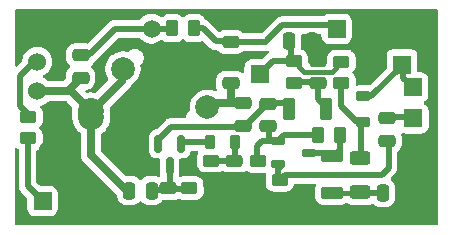
<source format=gbr>
%TF.GenerationSoftware,KiCad,Pcbnew,9.0.5*%
%TF.CreationDate,2025-10-21T13:05:04+02:00*%
%TF.ProjectId,Heterodyna-eltra-t3015-2,48657465-726f-4647-996e-612d656c7472,rev?*%
%TF.SameCoordinates,Original*%
%TF.FileFunction,Copper,L1,Top*%
%TF.FilePolarity,Positive*%
%FSLAX46Y46*%
G04 Gerber Fmt 4.6, Leading zero omitted, Abs format (unit mm)*
G04 Created by KiCad (PCBNEW 9.0.5) date 2025-10-21 13:05:04*
%MOMM*%
%LPD*%
G01*
G04 APERTURE LIST*
G04 Aperture macros list*
%AMRoundRect*
0 Rectangle with rounded corners*
0 $1 Rounding radius*
0 $2 $3 $4 $5 $6 $7 $8 $9 X,Y pos of 4 corners*
0 Add a 4 corners polygon primitive as box body*
4,1,4,$2,$3,$4,$5,$6,$7,$8,$9,$2,$3,0*
0 Add four circle primitives for the rounded corners*
1,1,$1+$1,$2,$3*
1,1,$1+$1,$4,$5*
1,1,$1+$1,$6,$7*
1,1,$1+$1,$8,$9*
0 Add four rect primitives between the rounded corners*
20,1,$1+$1,$2,$3,$4,$5,0*
20,1,$1+$1,$4,$5,$6,$7,0*
20,1,$1+$1,$6,$7,$8,$9,0*
20,1,$1+$1,$8,$9,$2,$3,0*%
G04 Aperture macros list end*
%TA.AperFunction,ComponentPad*%
%ADD10RoundRect,0.250000X-0.550000X-0.550000X0.550000X-0.550000X0.550000X0.550000X-0.550000X0.550000X0*%
%TD*%
%TA.AperFunction,ComponentPad*%
%ADD11C,1.524000*%
%TD*%
%TA.AperFunction,SMDPad,CuDef*%
%ADD12RoundRect,0.250000X-0.250000X-0.475000X0.250000X-0.475000X0.250000X0.475000X-0.250000X0.475000X0*%
%TD*%
%TA.AperFunction,SMDPad,CuDef*%
%ADD13RoundRect,0.250000X0.450000X-0.262500X0.450000X0.262500X-0.450000X0.262500X-0.450000X-0.262500X0*%
%TD*%
%TA.AperFunction,SMDPad,CuDef*%
%ADD14RoundRect,0.250000X-0.450000X0.262500X-0.450000X-0.262500X0.450000X-0.262500X0.450000X0.262500X0*%
%TD*%
%TA.AperFunction,SMDPad,CuDef*%
%ADD15RoundRect,0.250000X0.262500X0.450000X-0.262500X0.450000X-0.262500X-0.450000X0.262500X-0.450000X0*%
%TD*%
%TA.AperFunction,SMDPad,CuDef*%
%ADD16RoundRect,0.218750X0.381250X-0.218750X0.381250X0.218750X-0.381250X0.218750X-0.381250X-0.218750X0*%
%TD*%
%TA.AperFunction,ComponentPad*%
%ADD17C,2.000000*%
%TD*%
%TA.AperFunction,ComponentPad*%
%ADD18C,1.000000*%
%TD*%
%TA.AperFunction,SMDPad,CuDef*%
%ADD19RoundRect,0.250000X-0.475000X0.250000X-0.475000X-0.250000X0.475000X-0.250000X0.475000X0.250000X0*%
%TD*%
%TA.AperFunction,ComponentPad*%
%ADD20C,2.200000*%
%TD*%
%TA.AperFunction,SMDPad,CuDef*%
%ADD21RoundRect,0.250000X-0.700000X0.275000X-0.700000X-0.275000X0.700000X-0.275000X0.700000X0.275000X0*%
%TD*%
%TA.AperFunction,SMDPad,CuDef*%
%ADD22RoundRect,0.250000X0.475000X-0.250000X0.475000X0.250000X-0.475000X0.250000X-0.475000X-0.250000X0*%
%TD*%
%TA.AperFunction,SMDPad,CuDef*%
%ADD23RoundRect,0.250000X-0.262500X-0.450000X0.262500X-0.450000X0.262500X0.450000X-0.262500X0.450000X0*%
%TD*%
%TA.AperFunction,SMDPad,CuDef*%
%ADD24RoundRect,0.150000X-0.150000X0.587500X-0.150000X-0.587500X0.150000X-0.587500X0.150000X0.587500X0*%
%TD*%
%TA.AperFunction,ComponentPad*%
%ADD25R,1.600000X1.600000*%
%TD*%
%TA.AperFunction,ComponentPad*%
%ADD26C,1.600000*%
%TD*%
%TA.AperFunction,SMDPad,CuDef*%
%ADD27RoundRect,0.250000X-0.625000X0.312500X-0.625000X-0.312500X0.625000X-0.312500X0.625000X0.312500X0*%
%TD*%
%TA.AperFunction,SMDPad,CuDef*%
%ADD28RoundRect,0.250000X-0.275000X-0.700000X0.275000X-0.700000X0.275000X0.700000X-0.275000X0.700000X0*%
%TD*%
%TA.AperFunction,ComponentPad*%
%ADD29C,1.400000*%
%TD*%
%TA.AperFunction,SMDPad,CuDef*%
%ADD30RoundRect,0.218750X-0.218750X-0.381250X0.218750X-0.381250X0.218750X0.381250X-0.218750X0.381250X0*%
%TD*%
%TA.AperFunction,ComponentPad*%
%ADD31RoundRect,0.250000X0.550000X-0.550000X0.550000X0.550000X-0.550000X0.550000X-0.550000X-0.550000X0*%
%TD*%
%TA.AperFunction,SMDPad,CuDef*%
%ADD32RoundRect,0.162500X-0.447500X-0.162500X0.447500X-0.162500X0.447500X0.162500X-0.447500X0.162500X0*%
%TD*%
%TA.AperFunction,ViaPad*%
%ADD33C,1.000000*%
%TD*%
%TA.AperFunction,Conductor*%
%ADD34C,0.500000*%
%TD*%
%TA.AperFunction,Conductor*%
%ADD35C,0.400000*%
%TD*%
%TA.AperFunction,Conductor*%
%ADD36C,0.700000*%
%TD*%
G04 APERTURE END LIST*
D10*
%TO.P,TP1,1,1*%
%TO.N,+14V*%
X176810000Y-106480000D03*
%TD*%
D11*
%TO.P,D1,1,A1*%
%TO.N,Net-(D1-A1)*%
X154680000Y-101500000D03*
%TO.P,D1,2,A2*%
%TO.N,GND*%
X147180000Y-101450000D03*
%TD*%
D12*
%TO.P,C13,1*%
%TO.N,Net-(D3-K)*%
X166320000Y-102510000D03*
%TO.P,C13,2*%
%TO.N,GND*%
X168220000Y-102510000D03*
%TD*%
D13*
%TO.P,R6,1*%
%TO.N,Net-(R6-Pad1)*%
X144250000Y-110802500D03*
%TO.P,R6,2*%
%TO.N,Net-(D2-K)*%
X144250000Y-108977500D03*
%TD*%
D14*
%TO.P,R2,1*%
%TO.N,Net-(D3-K)*%
X166710000Y-104277500D03*
%TO.P,R2,2*%
%TO.N,Net-(C12-Pad1)*%
X166710000Y-106102500D03*
%TD*%
D15*
%TO.P,R4,1*%
%TO.N,Net-(C3-Pad2)*%
X158242500Y-101470000D03*
%TO.P,R4,2*%
%TO.N,Net-(D1-A1)*%
X156417500Y-101470000D03*
%TD*%
D14*
%TO.P,R10,1*%
%TO.N,Net-(D3-K)*%
X170750000Y-104297500D03*
%TO.P,R10,2*%
%TO.N,Net-(FB1-Pad1)*%
X170750000Y-106122500D03*
%TD*%
D16*
%TO.P,FB1,1*%
%TO.N,Net-(FB1-Pad1)*%
X172610000Y-109372500D03*
%TO.P,FB1,2*%
%TO.N,+14V*%
X172610000Y-107247500D03*
%TD*%
D14*
%TO.P,R9,1*%
%TO.N,Net-(C11-Pad1)*%
X159730000Y-112667500D03*
%TO.P,R9,2*%
%TO.N,GND*%
X159730000Y-114492500D03*
%TD*%
D17*
%TO.P,L3,1,1*%
%TO.N,Net-(C14-Pad1)*%
X159395000Y-108165000D03*
%TO.P,L3,2,2*%
%TO.N,Net-(D2-A2)*%
X152245000Y-104915000D03*
D18*
%TO.P,L3,4,base*%
%TO.N,GND*%
X153245000Y-109065000D03*
%TO.P,L3,5,base*%
X158345000Y-103965000D03*
%TO.P,L3,6,base*%
X155745000Y-103965000D03*
%TD*%
D19*
%TO.P,C14,1*%
%TO.N,Net-(C14-Pad1)*%
X162440000Y-107840000D03*
%TO.P,C14,2*%
%TO.N,Net-(Q2-D)*%
X162440000Y-109740000D03*
%TD*%
%TO.P,C10,1*%
%TO.N,Net-(Q2-G)*%
X156070000Y-114980000D03*
%TO.P,C10,2*%
%TO.N,GND*%
X156070000Y-116880000D03*
%TD*%
D12*
%TO.P,C1,1*%
%TO.N,Net-(C1-Pad1)*%
X174260000Y-115390000D03*
%TO.P,C1,2*%
%TO.N,GND*%
X176160000Y-115390000D03*
%TD*%
D20*
%TO.P,C15,1*%
%TO.N,Net-(D2-A2)*%
X149570000Y-109010000D03*
%TO.P,C15,2*%
%TO.N,GND*%
X149570000Y-115010000D03*
%TD*%
D14*
%TO.P,R8,1*%
%TO.N,Net-(Q2-G)*%
X157880000Y-114987500D03*
%TO.P,R8,2*%
%TO.N,GND*%
X157880000Y-116812500D03*
%TD*%
D10*
%TO.P,TP3,1,1*%
%TO.N,Net-(C3-Pad2)*%
X170350000Y-101530000D03*
%TD*%
%TO.P,TP4,1,1*%
%TO.N,Net-(C6-Pad2)*%
X176840000Y-109090000D03*
%TD*%
D21*
%TO.P,L2,1*%
%TO.N,Net-(Q1-C)*%
X169980000Y-112255000D03*
%TO.P,L2,2*%
%TO.N,Net-(C1-Pad1)*%
X169980000Y-115405000D03*
%TD*%
D22*
%TO.P,C9,1*%
%TO.N,Net-(C14-Pad1)*%
X161380000Y-106100000D03*
%TO.P,C9,2*%
%TO.N,GND*%
X161380000Y-104200000D03*
%TD*%
D23*
%TO.P,R3,1*%
%TO.N,Net-(Q1-B)*%
X168797500Y-110500000D03*
%TO.P,R3,2*%
%TO.N,Net-(Q1-C)*%
X170622500Y-110500000D03*
%TD*%
D19*
%TO.P,C5,1*%
%TO.N,Net-(D1-A1)*%
X148670000Y-103760000D03*
%TO.P,C5,2*%
%TO.N,Net-(D2-A2)*%
X148670000Y-105660000D03*
%TD*%
D24*
%TO.P,Q2,1,S*%
%TO.N,Net-(Q2-S)*%
X157150000Y-111260000D03*
%TO.P,Q2,2,D*%
%TO.N,Net-(Q2-D)*%
X155250000Y-111260000D03*
%TO.P,Q2,3,G*%
%TO.N,Net-(Q2-G)*%
X156200000Y-113135000D03*
%TD*%
D10*
%TO.P,TP2,1,1*%
%TO.N,GND*%
X149600000Y-116640000D03*
%TD*%
D19*
%TO.P,C3,1*%
%TO.N,GND*%
X161370000Y-100750000D03*
%TO.P,C3,2*%
%TO.N,Net-(C3-Pad2)*%
X161370000Y-102650000D03*
%TD*%
D25*
%TO.P,C2,1*%
%TO.N,+14V*%
X175870000Y-104567626D03*
D26*
%TO.P,C2,2*%
%TO.N,GND*%
X175870000Y-102067626D03*
%TD*%
D22*
%TO.P,C12,1*%
%TO.N,Net-(C12-Pad1)*%
X168740000Y-106140000D03*
%TO.P,C12,2*%
%TO.N,GND*%
X168740000Y-104240000D03*
%TD*%
D20*
%TO.P,C8,1*%
%TO.N,Net-(D2-A2)*%
X149540000Y-108508500D03*
%TO.P,C8,2*%
%TO.N,GND*%
X153040000Y-112008500D03*
X146140000Y-112008500D03*
%TD*%
D13*
%TO.P,R7,1*%
%TO.N,GND*%
X165520000Y-116112500D03*
%TO.P,R7,2*%
%TO.N,Net-(Q1-E)*%
X165520000Y-114287500D03*
%TD*%
D27*
%TO.P,R1,1*%
%TO.N,Net-(FB1-Pad1)*%
X172350000Y-112447500D03*
%TO.P,R1,2*%
%TO.N,Net-(C1-Pad1)*%
X172350000Y-115372500D03*
%TD*%
D28*
%TO.P,L1,1*%
%TO.N,Net-(Q2-D)*%
X166315000Y-108310000D03*
%TO.P,L1,2*%
%TO.N,Net-(C12-Pad1)*%
X169465000Y-108310000D03*
%TD*%
D11*
%TO.P,D2,1,A1*%
%TO.N,GND*%
X144990000Y-101790000D03*
%TO.P,D2,2,A2*%
%TO.N,Net-(D2-A2)*%
X144990000Y-106790000D03*
%TO.P,D2,3,K*%
%TO.N,Net-(D2-K)*%
X144990000Y-104290000D03*
%TD*%
D22*
%TO.P,C6,1*%
%TO.N,Net-(Q1-E)*%
X174620000Y-110980000D03*
%TO.P,C6,2*%
%TO.N,Net-(C6-Pad2)*%
X174620000Y-109080000D03*
%TD*%
D10*
%TO.P,TP5,1,1*%
%TO.N,Net-(R6-Pad1)*%
X145440000Y-116100000D03*
%TD*%
D19*
%TO.P,C11,1*%
%TO.N,Net-(C11-Pad1)*%
X161670000Y-112670000D03*
%TO.P,C11,2*%
%TO.N,GND*%
X161670000Y-114570000D03*
%TD*%
D13*
%TO.P,R5,1*%
%TO.N,GND*%
X163660000Y-114522500D03*
%TO.P,R5,2*%
%TO.N,Net-(Q1-B)*%
X163660000Y-112697500D03*
%TD*%
D29*
%TO.P,TP6,1,1*%
%TO.N,GND*%
X176790000Y-111690000D03*
%TD*%
D19*
%TO.P,C4,1*%
%TO.N,Net-(Q2-D)*%
X164520000Y-107870000D03*
%TO.P,C4,2*%
%TO.N,Net-(Q1-B)*%
X164520000Y-109770000D03*
%TD*%
D30*
%TO.P,L4,1*%
%TO.N,Net-(Q2-S)*%
X159587500Y-111120000D03*
%TO.P,L4,2*%
%TO.N,Net-(C11-Pad1)*%
X161712500Y-111120000D03*
%TD*%
D31*
%TO.P,D3,1,K*%
%TO.N,Net-(D3-K)*%
X163830000Y-105355000D03*
D26*
%TO.P,D3,2,A*%
%TO.N,GND*%
X163830000Y-100845000D03*
%TD*%
D12*
%TO.P,C7,1*%
%TO.N,Net-(D2-A2)*%
X152780000Y-115210000D03*
%TO.P,C7,2*%
%TO.N,Net-(Q2-G)*%
X154680000Y-115210000D03*
%TD*%
D32*
%TO.P,Q1,1,B*%
%TO.N,Net-(Q1-B)*%
X165370000Y-111057500D03*
%TO.P,Q1,2,E*%
%TO.N,Net-(Q1-E)*%
X165370000Y-112957500D03*
%TO.P,Q1,3,C*%
%TO.N,Net-(Q1-C)*%
X167990000Y-112007500D03*
%TD*%
D33*
%TO.N,GND*%
X155800000Y-105200000D03*
X155800000Y-107900000D03*
X169080000Y-103110000D03*
X163660000Y-115520000D03*
X165530000Y-117060000D03*
X154400000Y-105200000D03*
X157200000Y-105200000D03*
X154400000Y-106600000D03*
X162600000Y-100820000D03*
X155800000Y-106600000D03*
X154400000Y-107900000D03*
X156100000Y-117600000D03*
X157200000Y-106600000D03*
X157200000Y-107900000D03*
X159680000Y-115490000D03*
X157900000Y-117600000D03*
X161620000Y-115530000D03*
X177150000Y-115430000D03*
%TD*%
D34*
%TO.N,Net-(C1-Pad1)*%
X172370000Y-115392500D02*
X174257500Y-115392500D01*
D35*
X172350000Y-115372500D02*
X172330000Y-115392500D01*
D34*
X172350000Y-115372500D02*
X172370000Y-115392500D01*
X174257500Y-115392500D02*
X174260000Y-115390000D01*
D35*
X172330000Y-115392500D02*
X170132500Y-115392500D01*
D34*
%TO.N,+14V*%
X176810000Y-106250000D02*
X176800000Y-106240000D01*
X172610000Y-107247500D02*
X172647500Y-107210000D01*
X173290000Y-107210000D02*
X175873750Y-104626250D01*
X175870000Y-104567626D02*
X175990000Y-104687626D01*
X172647500Y-107210000D02*
X173290000Y-107210000D01*
X175990000Y-104687626D02*
X175990000Y-105660000D01*
X175990000Y-105660000D02*
X176810000Y-106480000D01*
%TO.N,Net-(C3-Pad2)*%
X160118125Y-102590000D02*
X160110000Y-102590000D01*
X164390000Y-102620000D02*
X161150000Y-102620000D01*
X161201875Y-102590000D02*
X160118125Y-102590000D01*
X170350000Y-101530000D02*
X170030000Y-101210000D01*
X158990000Y-101470000D02*
X157996250Y-101470000D01*
X160110000Y-102590000D02*
X158990000Y-101470000D01*
X170030000Y-101210000D02*
X165730000Y-101210000D01*
X165730000Y-101210000D02*
X164450000Y-102490000D01*
%TO.N,Net-(C6-Pad2)*%
X176880000Y-109250000D02*
X177140000Y-108990000D01*
X175000000Y-108970000D02*
X176880000Y-108970000D01*
X176690000Y-108840000D02*
X176820000Y-108970000D01*
%TO.N,Net-(Q1-B)*%
X164002500Y-111057500D02*
X165370000Y-111057500D01*
X163600000Y-111460000D02*
X164002500Y-111057500D01*
X164610000Y-109890000D02*
X164610000Y-111037500D01*
X163600000Y-112727500D02*
X163600000Y-111460000D01*
X164610000Y-111037500D02*
X164590000Y-111057500D01*
X168787500Y-110510000D02*
X168797500Y-110500000D01*
X165917500Y-110510000D02*
X168787500Y-110510000D01*
X165370000Y-111057500D02*
X165917500Y-110510000D01*
%TO.N,Net-(Q2-D)*%
X164450000Y-107900000D02*
X162530000Y-109820000D01*
X162530000Y-109820000D02*
X156330000Y-109820000D01*
X164450000Y-107830000D02*
X164450000Y-107900000D01*
X155250000Y-110900000D02*
X155250000Y-111260000D01*
X164450000Y-107830000D02*
X165945000Y-107830000D01*
X156330000Y-109820000D02*
X155250000Y-110900000D01*
X165945000Y-107830000D02*
X166405000Y-108290000D01*
%TO.N,Net-(D2-A2)*%
X152170000Y-104990000D02*
X152245000Y-104915000D01*
X144980000Y-106780000D02*
X144990000Y-106790000D01*
X149681500Y-108650000D02*
X149540000Y-108508500D01*
D36*
X144990000Y-106790000D02*
X147821500Y-106790000D01*
D34*
X144770000Y-106780000D02*
X144980000Y-106780000D01*
D36*
X152170000Y-105920000D02*
X152170000Y-105870000D01*
X148670000Y-105660000D02*
X147821500Y-106508500D01*
X147821500Y-106790000D02*
X149540000Y-108508500D01*
X149540000Y-112190000D02*
X149540000Y-108470000D01*
X149540000Y-108508500D02*
X149170000Y-108138500D01*
D34*
X149540000Y-108508500D02*
X149540000Y-108500000D01*
D36*
X147821500Y-106508500D02*
X147821500Y-106790000D01*
X149590000Y-108500000D02*
X152170000Y-105920000D01*
X152510000Y-115160000D02*
X149540000Y-112190000D01*
X149540000Y-108500000D02*
X149590000Y-108500000D01*
D34*
%TO.N,Net-(D1-A1)*%
X148760000Y-103670000D02*
X149440000Y-103670000D01*
X151580000Y-101530000D02*
X156017500Y-101530000D01*
X149440000Y-103670000D02*
X151580000Y-101530000D01*
X156017500Y-101530000D02*
X156057500Y-101570000D01*
%TO.N,Net-(Q1-E)*%
X165600000Y-113187500D02*
X165370000Y-112957500D01*
X165937500Y-113870000D02*
X165520000Y-114287500D01*
X165370000Y-113870000D02*
X165370000Y-112957500D01*
X174740000Y-110855000D02*
X174740000Y-113285000D01*
X174112500Y-113870000D02*
X165937500Y-113870000D01*
X174740000Y-113285000D02*
X174155000Y-113870000D01*
%TO.N,Net-(C11-Pad1)*%
X159730000Y-112667500D02*
X161667500Y-112667500D01*
X161710000Y-111180000D02*
X161710000Y-112227500D01*
X161667500Y-112667500D02*
X161670000Y-112670000D01*
X160900000Y-112670000D02*
X161670000Y-112670000D01*
%TO.N,Net-(Q2-G)*%
X155150000Y-115190000D02*
X155860000Y-115190000D01*
X157850000Y-115057500D02*
X156147500Y-115057500D01*
X156210000Y-114840000D02*
X156210000Y-113980000D01*
X156147500Y-115057500D02*
X156070000Y-114980000D01*
X156190000Y-113145000D02*
X156200000Y-113135000D01*
X156200000Y-113970000D02*
X156200000Y-113135000D01*
X156210000Y-113980000D02*
X156200000Y-113970000D01*
X155860000Y-115190000D02*
X156210000Y-114840000D01*
%TO.N,Net-(D2-K)*%
X143557000Y-105493000D02*
X144770000Y-104280000D01*
X144600000Y-109087500D02*
X143557000Y-108044500D01*
X143557000Y-108044500D02*
X143557000Y-105493000D01*
%TO.N,Net-(Q1-C)*%
X168020000Y-112037500D02*
X167990000Y-112007500D01*
X170367500Y-112007500D02*
X170622500Y-111752500D01*
X170622500Y-110500000D02*
X170622500Y-111752500D01*
X167990000Y-112007500D02*
X170367500Y-112007500D01*
%TO.N,Net-(Q2-S)*%
X157150000Y-111260000D02*
X157290000Y-111120000D01*
X157290000Y-111120000D02*
X159587500Y-111120000D01*
%TO.N,Net-(R6-Pad1)*%
X145785000Y-116110000D02*
X145450000Y-116110000D01*
X145450000Y-116110000D02*
X144170000Y-114830000D01*
X144170000Y-111040625D02*
X144480000Y-110730625D01*
X144170000Y-114830000D02*
X144170000Y-111040625D01*
%TO.N,Net-(FB1-Pad1)*%
X171090000Y-106022500D02*
X171060000Y-105992500D01*
X170750000Y-108040000D02*
X172082500Y-109372500D01*
X172082500Y-109372500D02*
X172610000Y-109372500D01*
X170750000Y-106122500D02*
X170750000Y-108040000D01*
X172370000Y-112246250D02*
X172370000Y-109612500D01*
%TO.N,Net-(C12-Pad1)*%
X166830000Y-106032500D02*
X168972500Y-106032500D01*
X168740000Y-107475000D02*
X168740000Y-106140000D01*
X168972500Y-106032500D02*
X169000000Y-106060000D01*
X169555000Y-108290000D02*
X168740000Y-107475000D01*
%TO.N,Net-(D3-K)*%
X166830000Y-104207500D02*
X164977500Y-104207500D01*
D35*
X169906500Y-105141000D02*
X170750000Y-104297500D01*
X166710000Y-104277500D02*
X167573500Y-105141000D01*
D34*
X166740000Y-104117500D02*
X166830000Y-104207500D01*
X166500000Y-104067500D02*
X166710000Y-104277500D01*
X166500000Y-102520000D02*
X166500000Y-104067500D01*
X164977500Y-104207500D02*
X163840000Y-105345000D01*
D35*
X167573500Y-105141000D02*
X169906500Y-105141000D01*
D34*
X170750000Y-104297500D02*
X170750000Y-104240000D01*
D36*
%TO.N,Net-(C14-Pad1)*%
X162440000Y-107840000D02*
X162430000Y-107830000D01*
X161380000Y-107800000D02*
X161350000Y-107830000D01*
X159730000Y-107830000D02*
X159720000Y-107840000D01*
X162430000Y-107830000D02*
X161350000Y-107830000D01*
D34*
X159720000Y-107840000D02*
X159395000Y-108165000D01*
D36*
X161350000Y-107830000D02*
X159730000Y-107830000D01*
D34*
X159640000Y-108410000D02*
X159395000Y-108165000D01*
D36*
X161380000Y-106100000D02*
X161380000Y-107800000D01*
X159395000Y-108165000D02*
X159395000Y-108055000D01*
%TD*%
%TA.AperFunction,Conductor*%
%TO.N,GND*%
G36*
X178842539Y-99870185D02*
G01*
X178888294Y-99922989D01*
X178899500Y-99974500D01*
X178899500Y-118025500D01*
X178879815Y-118092539D01*
X178827011Y-118138294D01*
X178775500Y-118149500D01*
X143224500Y-118149500D01*
X143157461Y-118129815D01*
X143111706Y-118077011D01*
X143100500Y-118025500D01*
X143100500Y-111726230D01*
X143104589Y-111712303D01*
X143103801Y-111697810D01*
X143114236Y-111679450D01*
X143120185Y-111659191D01*
X143131152Y-111649687D01*
X143138326Y-111637067D01*
X143157031Y-111627262D01*
X143172989Y-111613436D01*
X143187354Y-111611370D01*
X143200211Y-111604632D01*
X143221245Y-111606497D01*
X143242147Y-111603492D01*
X143256627Y-111609635D01*
X143269808Y-111610804D01*
X143288991Y-111623365D01*
X143300492Y-111628244D01*
X143306657Y-111633025D01*
X143331344Y-111657712D01*
X143366250Y-111679242D01*
X143371492Y-111683307D01*
X143388219Y-111706464D01*
X143407320Y-111727699D01*
X143409047Y-111735298D01*
X143412404Y-111739946D01*
X143413127Y-111753254D01*
X143419500Y-111781293D01*
X143419500Y-114903918D01*
X143419500Y-114903920D01*
X143419499Y-114903920D01*
X143448340Y-115048907D01*
X143448343Y-115048917D01*
X143504913Y-115185490D01*
X143504917Y-115185497D01*
X143511594Y-115195489D01*
X143511596Y-115195496D01*
X143511598Y-115195495D01*
X143581757Y-115300498D01*
X143587051Y-115308420D01*
X143587052Y-115308421D01*
X144103181Y-115824548D01*
X144136666Y-115885871D01*
X144139500Y-115912229D01*
X144139500Y-116700001D01*
X144139501Y-116700019D01*
X144150000Y-116802796D01*
X144150001Y-116802799D01*
X144205185Y-116969331D01*
X144205186Y-116969334D01*
X144297288Y-117118656D01*
X144421344Y-117242712D01*
X144570666Y-117334814D01*
X144737203Y-117389999D01*
X144839991Y-117400500D01*
X146040008Y-117400499D01*
X146142797Y-117389999D01*
X146309334Y-117334814D01*
X146458656Y-117242712D01*
X146582712Y-117118656D01*
X146674814Y-116969334D01*
X146729999Y-116802797D01*
X146740500Y-116700009D01*
X146740499Y-115499992D01*
X146729999Y-115397203D01*
X146674814Y-115230666D01*
X146582712Y-115081344D01*
X146458656Y-114957288D01*
X146365888Y-114900069D01*
X146309336Y-114865187D01*
X146309331Y-114865185D01*
X146307862Y-114864698D01*
X146142797Y-114810001D01*
X146142795Y-114810000D01*
X146040016Y-114799500D01*
X146040009Y-114799500D01*
X145252230Y-114799500D01*
X145185191Y-114779815D01*
X145164549Y-114763181D01*
X144956819Y-114555451D01*
X144923334Y-114494128D01*
X144920500Y-114467770D01*
X144920500Y-111872105D01*
X144940185Y-111805066D01*
X144992989Y-111759311D01*
X145005489Y-111754401D01*
X145019334Y-111749814D01*
X145168656Y-111657712D01*
X145292712Y-111533656D01*
X145384814Y-111384334D01*
X145439999Y-111217797D01*
X145450500Y-111115009D01*
X145450499Y-110489992D01*
X145442542Y-110412102D01*
X145439999Y-110387203D01*
X145439998Y-110387200D01*
X145433237Y-110366797D01*
X145384814Y-110220666D01*
X145292712Y-110071344D01*
X145199049Y-109977681D01*
X145165564Y-109916358D01*
X145170548Y-109846666D01*
X145199049Y-109802319D01*
X145241868Y-109759500D01*
X145292712Y-109708656D01*
X145384814Y-109559334D01*
X145439999Y-109392797D01*
X145450500Y-109290009D01*
X145450499Y-108664992D01*
X145439999Y-108562203D01*
X145384814Y-108395666D01*
X145292712Y-108246344D01*
X145264290Y-108217922D01*
X145230805Y-108156599D01*
X145235789Y-108086907D01*
X145277661Y-108030974D01*
X145313653Y-108012310D01*
X145474629Y-107960006D01*
X145474632Y-107960005D01*
X145487556Y-107953420D01*
X145651694Y-107869787D01*
X145812464Y-107752981D01*
X145888626Y-107676819D01*
X145949949Y-107643334D01*
X145976307Y-107640500D01*
X147417849Y-107640500D01*
X147484888Y-107660185D01*
X147505530Y-107676819D01*
X147931980Y-108103269D01*
X147965465Y-108164592D01*
X147966772Y-108210348D01*
X147939500Y-108382538D01*
X147939500Y-108634467D01*
X147971191Y-108834556D01*
X147971193Y-108873344D01*
X147969500Y-108884037D01*
X147969500Y-108884038D01*
X147969500Y-109135962D01*
X147993480Y-109287367D01*
X148008910Y-109384785D01*
X148086760Y-109624383D01*
X148201132Y-109848848D01*
X148349201Y-110052649D01*
X148349205Y-110052654D01*
X148527347Y-110230796D01*
X148582174Y-110270629D01*
X148638384Y-110311468D01*
X148681051Y-110366797D01*
X148689500Y-110411786D01*
X148689500Y-112273771D01*
X148722181Y-112438074D01*
X148722183Y-112438078D01*
X148722184Y-112438082D01*
X148735370Y-112469916D01*
X148735371Y-112469918D01*
X148735370Y-112469918D01*
X148786292Y-112592856D01*
X148786299Y-112592869D01*
X148879372Y-112732161D01*
X148879375Y-112732165D01*
X151743181Y-115595969D01*
X151776666Y-115657292D01*
X151779500Y-115683648D01*
X151779500Y-115735000D01*
X151779501Y-115735019D01*
X151790000Y-115837796D01*
X151790001Y-115837799D01*
X151840436Y-115989999D01*
X151845186Y-116004334D01*
X151937288Y-116153656D01*
X152061344Y-116277712D01*
X152210666Y-116369814D01*
X152377203Y-116424999D01*
X152479991Y-116435500D01*
X153080008Y-116435499D01*
X153080016Y-116435498D01*
X153080019Y-116435498D01*
X153136302Y-116429748D01*
X153182797Y-116424999D01*
X153349334Y-116369814D01*
X153498656Y-116277712D01*
X153622712Y-116153656D01*
X153624461Y-116150819D01*
X153626169Y-116149283D01*
X153627193Y-116147989D01*
X153627414Y-116148163D01*
X153676406Y-116104096D01*
X153745368Y-116092872D01*
X153809451Y-116120713D01*
X153835537Y-116150817D01*
X153837288Y-116153656D01*
X153961344Y-116277712D01*
X154110666Y-116369814D01*
X154277203Y-116424999D01*
X154379991Y-116435500D01*
X154980008Y-116435499D01*
X154980016Y-116435498D01*
X154980019Y-116435498D01*
X155036302Y-116429748D01*
X155082797Y-116424999D01*
X155249334Y-116369814D01*
X155398656Y-116277712D01*
X155522712Y-116153656D01*
X155593184Y-116039401D01*
X155645132Y-115992678D01*
X155698723Y-115980499D01*
X156595002Y-115980499D01*
X156595008Y-115980499D01*
X156697797Y-115969999D01*
X156864334Y-115914814D01*
X156906190Y-115888996D01*
X156973582Y-115870556D01*
X157036381Y-115888995D01*
X157110666Y-115934814D01*
X157277203Y-115989999D01*
X157379991Y-116000500D01*
X158380008Y-116000499D01*
X158380016Y-116000498D01*
X158380019Y-116000498D01*
X158456571Y-115992678D01*
X158482797Y-115989999D01*
X158649334Y-115934814D01*
X158798656Y-115842712D01*
X158922712Y-115718656D01*
X159014814Y-115569334D01*
X159069999Y-115402797D01*
X159080500Y-115300009D01*
X159080499Y-114674992D01*
X159076943Y-114640185D01*
X159069999Y-114572203D01*
X159069998Y-114572200D01*
X159035393Y-114467770D01*
X159014814Y-114405666D01*
X158922712Y-114256344D01*
X158798656Y-114132288D01*
X158674658Y-114055806D01*
X158649336Y-114040187D01*
X158649331Y-114040185D01*
X158619720Y-114030373D01*
X158482797Y-113985001D01*
X158482795Y-113985000D01*
X158380010Y-113974500D01*
X157379998Y-113974500D01*
X157379980Y-113974501D01*
X157277203Y-113985000D01*
X157277200Y-113985001D01*
X157140279Y-114030373D01*
X157070451Y-114032775D01*
X157010409Y-113997043D01*
X156979216Y-113934523D01*
X156982199Y-113878071D01*
X156983723Y-113872825D01*
X156997598Y-113825069D01*
X157000500Y-113788194D01*
X157000500Y-112622000D01*
X157020185Y-112554961D01*
X157072989Y-112509206D01*
X157124500Y-112498000D01*
X157365686Y-112498000D01*
X157365694Y-112498000D01*
X157402569Y-112495098D01*
X157402571Y-112495097D01*
X157402573Y-112495097D01*
X157489245Y-112469916D01*
X157560398Y-112449244D01*
X157701865Y-112365581D01*
X157818081Y-112249365D01*
X157901744Y-112107898D01*
X157901745Y-112107894D01*
X157901746Y-112107893D01*
X157944741Y-111959905D01*
X157982347Y-111901019D01*
X158045820Y-111871813D01*
X158063817Y-111870500D01*
X158505727Y-111870500D01*
X158572766Y-111890185D01*
X158618521Y-111942989D01*
X158628465Y-112012147D01*
X158611266Y-112059594D01*
X158604565Y-112070459D01*
X158595187Y-112085663D01*
X158595185Y-112085668D01*
X158587819Y-112107898D01*
X158540001Y-112252203D01*
X158540001Y-112252204D01*
X158540000Y-112252204D01*
X158529500Y-112354983D01*
X158529500Y-112980001D01*
X158529501Y-112980019D01*
X158540000Y-113082796D01*
X158540001Y-113082799D01*
X158552163Y-113119500D01*
X158595186Y-113249334D01*
X158687288Y-113398656D01*
X158811344Y-113522712D01*
X158960666Y-113614814D01*
X159127203Y-113669999D01*
X159229991Y-113680500D01*
X160230008Y-113680499D01*
X160230016Y-113680498D01*
X160230019Y-113680498D01*
X160327892Y-113670500D01*
X160332797Y-113669999D01*
X160499334Y-113614814D01*
X160630512Y-113533903D01*
X160697902Y-113515464D01*
X160760700Y-113533903D01*
X160875666Y-113604814D01*
X161042203Y-113659999D01*
X161144991Y-113670500D01*
X162195008Y-113670499D01*
X162195016Y-113670498D01*
X162195019Y-113670498D01*
X162251302Y-113664748D01*
X162297797Y-113659999D01*
X162464334Y-113604814D01*
X162584445Y-113530729D01*
X162651834Y-113512290D01*
X162718498Y-113533212D01*
X162737220Y-113548588D01*
X162741344Y-113552712D01*
X162890666Y-113644814D01*
X163057203Y-113699999D01*
X163159991Y-113710500D01*
X164160008Y-113710499D01*
X164200858Y-113706326D01*
X164269551Y-113719096D01*
X164320435Y-113766976D01*
X164337356Y-113834766D01*
X164331166Y-113868687D01*
X164330001Y-113872200D01*
X164330000Y-113872204D01*
X164319500Y-113974983D01*
X164319500Y-114600001D01*
X164319501Y-114600019D01*
X164330000Y-114702796D01*
X164330001Y-114702799D01*
X164365525Y-114810001D01*
X164385186Y-114869334D01*
X164477288Y-115018656D01*
X164601344Y-115142712D01*
X164750666Y-115234814D01*
X164917203Y-115289999D01*
X165019991Y-115300500D01*
X166020008Y-115300499D01*
X166020016Y-115300498D01*
X166020019Y-115300498D01*
X166076302Y-115294748D01*
X166122797Y-115289999D01*
X166289334Y-115234814D01*
X166438656Y-115142712D01*
X166562712Y-115018656D01*
X166654814Y-114869334D01*
X166709105Y-114705494D01*
X166748877Y-114648051D01*
X166813392Y-114621228D01*
X166826810Y-114620500D01*
X168490307Y-114620500D01*
X168557346Y-114640185D01*
X168603101Y-114692989D01*
X168613045Y-114762147D01*
X168597890Y-114803955D01*
X168598240Y-114804118D01*
X168596404Y-114808054D01*
X168595845Y-114809596D01*
X168595186Y-114810666D01*
X168540001Y-114977203D01*
X168540001Y-114977204D01*
X168540000Y-114977204D01*
X168529500Y-115079983D01*
X168529500Y-115730001D01*
X168529501Y-115730019D01*
X168540000Y-115832796D01*
X168540001Y-115832799D01*
X168595185Y-115999331D01*
X168595187Y-115999336D01*
X168595905Y-116000500D01*
X168687288Y-116148656D01*
X168811344Y-116272712D01*
X168960666Y-116364814D01*
X169127203Y-116419999D01*
X169229991Y-116430500D01*
X170730008Y-116430499D01*
X170832797Y-116419999D01*
X170999334Y-116364814D01*
X171133353Y-116282150D01*
X171200741Y-116263712D01*
X171263542Y-116282152D01*
X171405659Y-116369810D01*
X171405660Y-116369810D01*
X171405666Y-116369814D01*
X171572203Y-116424999D01*
X171674991Y-116435500D01*
X173025008Y-116435499D01*
X173127797Y-116424999D01*
X173294334Y-116369814D01*
X173309296Y-116360585D01*
X173376685Y-116342144D01*
X173443349Y-116363065D01*
X173462074Y-116378442D01*
X173541344Y-116457712D01*
X173690666Y-116549814D01*
X173857203Y-116604999D01*
X173959991Y-116615500D01*
X174560008Y-116615499D01*
X174560016Y-116615498D01*
X174560019Y-116615498D01*
X174616302Y-116609748D01*
X174662797Y-116604999D01*
X174829334Y-116549814D01*
X174978656Y-116457712D01*
X175102712Y-116333656D01*
X175194814Y-116184334D01*
X175249999Y-116017797D01*
X175260500Y-115915009D01*
X175260499Y-114864992D01*
X175254840Y-114809598D01*
X175249999Y-114762203D01*
X175249998Y-114762200D01*
X175230313Y-114702796D01*
X175194814Y-114595666D01*
X175102712Y-114446344D01*
X174978656Y-114322288D01*
X174972989Y-114317807D01*
X174973912Y-114316638D01*
X174932689Y-114270807D01*
X174921468Y-114201845D01*
X174949311Y-114137763D01*
X174956816Y-114129550D01*
X175322952Y-113763416D01*
X175372186Y-113689729D01*
X175405084Y-113640495D01*
X175461658Y-113503913D01*
X175482595Y-113398657D01*
X175490500Y-113358920D01*
X175490500Y-111937041D01*
X175510185Y-111870002D01*
X175549408Y-111831500D01*
X175553411Y-111829031D01*
X175563656Y-111822712D01*
X175687712Y-111698656D01*
X175779814Y-111549334D01*
X175834999Y-111382797D01*
X175845500Y-111280009D01*
X175845499Y-110679992D01*
X175845178Y-110676853D01*
X175834999Y-110577203D01*
X175815215Y-110517500D01*
X175801706Y-110476734D01*
X175799305Y-110406910D01*
X175835036Y-110346868D01*
X175897556Y-110315674D01*
X175963701Y-110322873D01*
X175963811Y-110322542D01*
X175965353Y-110323053D01*
X175967016Y-110323234D01*
X175970394Y-110324723D01*
X175970662Y-110324812D01*
X175970666Y-110324814D01*
X176137203Y-110379999D01*
X176239991Y-110390500D01*
X177440008Y-110390499D01*
X177542797Y-110379999D01*
X177709334Y-110324814D01*
X177858656Y-110232712D01*
X177982712Y-110108656D01*
X178074814Y-109959334D01*
X178129999Y-109792797D01*
X178140500Y-109690009D01*
X178140499Y-108489992D01*
X178135858Y-108444564D01*
X178129999Y-108387203D01*
X178129998Y-108387200D01*
X178096871Y-108287230D01*
X178074814Y-108220666D01*
X177982712Y-108071344D01*
X177858656Y-107947288D01*
X177751648Y-107881285D01*
X177704925Y-107829338D01*
X177693702Y-107760375D01*
X177721546Y-107696293D01*
X177751643Y-107670213D01*
X177828656Y-107622712D01*
X177952712Y-107498656D01*
X178044814Y-107349334D01*
X178099999Y-107182797D01*
X178110500Y-107080009D01*
X178110499Y-105879992D01*
X178101304Y-105789983D01*
X178099999Y-105777203D01*
X178099998Y-105777200D01*
X178080722Y-105719029D01*
X178044814Y-105610666D01*
X177952712Y-105461344D01*
X177828656Y-105337288D01*
X177713676Y-105266368D01*
X177679336Y-105245187D01*
X177679331Y-105245185D01*
X177643567Y-105233334D01*
X177512797Y-105190001D01*
X177512795Y-105190000D01*
X177410016Y-105179500D01*
X177410009Y-105179500D01*
X177294499Y-105179500D01*
X177227460Y-105159815D01*
X177181705Y-105107011D01*
X177170499Y-105055500D01*
X177170499Y-103719755D01*
X177170498Y-103719749D01*
X177170497Y-103719742D01*
X177164091Y-103660143D01*
X177160494Y-103650500D01*
X177113797Y-103525297D01*
X177113793Y-103525290D01*
X177027547Y-103410081D01*
X177027544Y-103410078D01*
X176912335Y-103323832D01*
X176912328Y-103323828D01*
X176777482Y-103273534D01*
X176777483Y-103273534D01*
X176717883Y-103267127D01*
X176717881Y-103267126D01*
X176717873Y-103267126D01*
X176717864Y-103267126D01*
X175022129Y-103267126D01*
X175022123Y-103267127D01*
X174962516Y-103273534D01*
X174827671Y-103323828D01*
X174827664Y-103323832D01*
X174712455Y-103410078D01*
X174712452Y-103410081D01*
X174626206Y-103525290D01*
X174626202Y-103525297D01*
X174575908Y-103660143D01*
X174569939Y-103715666D01*
X174569501Y-103719749D01*
X174569500Y-103719761D01*
X174569500Y-104817769D01*
X174549815Y-104884808D01*
X174533181Y-104905450D01*
X173162458Y-106276172D01*
X173101135Y-106309657D01*
X173062177Y-106311849D01*
X173039188Y-106309501D01*
X173039179Y-106309500D01*
X173039174Y-106309500D01*
X172180826Y-106309500D01*
X172180814Y-106309500D01*
X172087100Y-106319074D01*
X172018408Y-106306304D01*
X171967523Y-106258423D01*
X171950499Y-106195716D01*
X171950499Y-105809998D01*
X171950498Y-105809981D01*
X171939999Y-105707203D01*
X171939998Y-105707200D01*
X171921204Y-105650485D01*
X171884814Y-105540666D01*
X171792712Y-105391344D01*
X171699049Y-105297681D01*
X171665564Y-105236358D01*
X171670548Y-105166666D01*
X171699049Y-105122319D01*
X171741819Y-105079549D01*
X171792712Y-105028656D01*
X171884814Y-104879334D01*
X171939999Y-104712797D01*
X171950500Y-104610009D01*
X171950499Y-103984992D01*
X171945646Y-103937488D01*
X171939999Y-103882203D01*
X171939998Y-103882200D01*
X171933371Y-103862200D01*
X171884814Y-103715666D01*
X171792712Y-103566344D01*
X171668656Y-103442288D01*
X171556863Y-103373334D01*
X171519336Y-103350187D01*
X171519331Y-103350185D01*
X171493598Y-103341658D01*
X171352797Y-103295001D01*
X171352795Y-103295000D01*
X171250010Y-103284500D01*
X170249998Y-103284500D01*
X170249980Y-103284501D01*
X170147203Y-103295000D01*
X170147200Y-103295001D01*
X169980668Y-103350185D01*
X169980663Y-103350187D01*
X169831342Y-103442289D01*
X169707289Y-103566342D01*
X169615187Y-103715663D01*
X169615185Y-103715668D01*
X169613831Y-103719754D01*
X169560001Y-103882203D01*
X169560001Y-103882204D01*
X169560000Y-103882204D01*
X169549500Y-103984983D01*
X169549500Y-103984991D01*
X169549500Y-104212289D01*
X169549501Y-104316500D01*
X169529817Y-104383539D01*
X169477013Y-104429294D01*
X169425501Y-104440500D01*
X168034500Y-104440500D01*
X167967461Y-104420815D01*
X167921706Y-104368011D01*
X167910500Y-104316500D01*
X167910499Y-103964998D01*
X167910498Y-103964980D01*
X167899999Y-103862203D01*
X167899998Y-103862200D01*
X167892872Y-103840695D01*
X167844814Y-103695666D01*
X167752712Y-103546344D01*
X167628656Y-103422288D01*
X167511761Y-103350187D01*
X167479336Y-103330187D01*
X167479335Y-103330186D01*
X167479334Y-103330186D01*
X167387012Y-103299593D01*
X167329569Y-103259821D01*
X167302746Y-103195305D01*
X167308314Y-103142880D01*
X167309999Y-103137797D01*
X167320500Y-103035009D01*
X167320499Y-102084499D01*
X167340183Y-102017461D01*
X167392987Y-101971706D01*
X167444499Y-101960500D01*
X168925501Y-101960500D01*
X168992540Y-101980185D01*
X169038295Y-102032989D01*
X169049501Y-102084500D01*
X169049501Y-102130018D01*
X169060000Y-102232796D01*
X169060001Y-102232799D01*
X169110623Y-102385564D01*
X169115186Y-102399334D01*
X169207288Y-102548656D01*
X169331344Y-102672712D01*
X169480666Y-102764814D01*
X169647203Y-102819999D01*
X169749991Y-102830500D01*
X170950008Y-102830499D01*
X171052797Y-102819999D01*
X171219334Y-102764814D01*
X171368656Y-102672712D01*
X171492712Y-102548656D01*
X171584814Y-102399334D01*
X171639999Y-102232797D01*
X171650500Y-102130009D01*
X171650499Y-100929992D01*
X171643851Y-100864916D01*
X171639999Y-100827202D01*
X171639998Y-100827200D01*
X171621392Y-100771051D01*
X171584814Y-100660666D01*
X171492712Y-100511344D01*
X171368656Y-100387288D01*
X171219334Y-100295186D01*
X171052797Y-100240001D01*
X171052795Y-100240000D01*
X170950010Y-100229500D01*
X169749998Y-100229500D01*
X169749981Y-100229501D01*
X169647203Y-100240000D01*
X169647200Y-100240001D01*
X169480668Y-100295185D01*
X169480663Y-100295187D01*
X169331342Y-100387289D01*
X169295451Y-100423181D01*
X169234128Y-100456666D01*
X169207770Y-100459500D01*
X165656080Y-100459500D01*
X165511092Y-100488340D01*
X165511082Y-100488343D01*
X165374511Y-100544912D01*
X165374498Y-100544919D01*
X165251584Y-100627048D01*
X165251580Y-100627051D01*
X164045451Y-101833181D01*
X163984128Y-101866666D01*
X163957770Y-101869500D01*
X162427230Y-101869500D01*
X162360191Y-101849815D01*
X162339549Y-101833181D01*
X162313657Y-101807289D01*
X162313656Y-101807288D01*
X162164334Y-101715186D01*
X161997797Y-101660001D01*
X161997795Y-101660000D01*
X161895010Y-101649500D01*
X160844998Y-101649500D01*
X160844980Y-101649501D01*
X160742203Y-101660000D01*
X160742200Y-101660001D01*
X160575668Y-101715185D01*
X160575654Y-101715192D01*
X160486480Y-101770194D01*
X160419088Y-101788634D01*
X160352425Y-101767711D01*
X160333704Y-101752336D01*
X159468421Y-100887052D01*
X159468414Y-100887046D01*
X159385681Y-100831766D01*
X159385673Y-100831762D01*
X159378850Y-100827203D01*
X159345495Y-100804916D01*
X159253678Y-100766884D01*
X159250101Y-100765126D01*
X159227171Y-100744086D01*
X159202943Y-100724562D01*
X159199651Y-100718835D01*
X159198619Y-100717888D01*
X159198207Y-100716322D01*
X159192419Y-100706251D01*
X159189817Y-100700671D01*
X159115069Y-100579485D01*
X159097712Y-100551344D01*
X158973656Y-100427288D01*
X158824334Y-100335186D01*
X158657797Y-100280001D01*
X158657795Y-100280000D01*
X158555010Y-100269500D01*
X157929998Y-100269500D01*
X157929980Y-100269501D01*
X157827203Y-100280000D01*
X157827200Y-100280001D01*
X157660668Y-100335185D01*
X157660663Y-100335187D01*
X157511342Y-100427289D01*
X157417681Y-100520951D01*
X157356358Y-100554436D01*
X157286666Y-100549452D01*
X157242319Y-100520951D01*
X157148657Y-100427289D01*
X157148656Y-100427288D01*
X156999334Y-100335186D01*
X156832797Y-100280001D01*
X156832795Y-100280000D01*
X156730010Y-100269500D01*
X156104998Y-100269500D01*
X156104980Y-100269501D01*
X156002203Y-100280000D01*
X156002200Y-100280001D01*
X155835668Y-100335185D01*
X155835663Y-100335187D01*
X155686342Y-100427289D01*
X155620295Y-100493335D01*
X155558971Y-100526820D01*
X155489280Y-100521834D01*
X155459732Y-100505973D01*
X155341694Y-100420213D01*
X155164632Y-100329994D01*
X155164629Y-100329993D01*
X154975637Y-100268587D01*
X154877498Y-100253043D01*
X154779361Y-100237500D01*
X154580639Y-100237500D01*
X154515214Y-100247862D01*
X154384362Y-100268587D01*
X154195370Y-100329993D01*
X154195367Y-100329994D01*
X154018305Y-100420213D01*
X153857533Y-100537021D01*
X153717015Y-100677539D01*
X153680076Y-100728384D01*
X153624747Y-100771051D01*
X153579757Y-100779500D01*
X151506080Y-100779500D01*
X151361092Y-100808340D01*
X151361082Y-100808343D01*
X151224508Y-100864914D01*
X151224505Y-100864915D01*
X151224505Y-100864916D01*
X151191382Y-100887048D01*
X151191381Y-100887047D01*
X151101585Y-100947046D01*
X151101578Y-100947052D01*
X149322072Y-102726558D01*
X149260749Y-102760043D01*
X149221791Y-102762235D01*
X149195023Y-102759501D01*
X149195014Y-102759500D01*
X149195009Y-102759500D01*
X149195003Y-102759500D01*
X148144998Y-102759500D01*
X148144980Y-102759501D01*
X148042203Y-102770000D01*
X148042200Y-102770001D01*
X147875668Y-102825185D01*
X147875663Y-102825187D01*
X147726342Y-102917289D01*
X147602289Y-103041342D01*
X147510187Y-103190663D01*
X147510185Y-103190668D01*
X147488841Y-103255080D01*
X147455001Y-103357203D01*
X147455001Y-103357204D01*
X147455000Y-103357204D01*
X147444500Y-103459983D01*
X147444500Y-104060001D01*
X147444501Y-104060019D01*
X147455000Y-104162796D01*
X147455001Y-104162799D01*
X147510185Y-104329331D01*
X147510187Y-104329336D01*
X147514510Y-104336344D01*
X147580551Y-104443415D01*
X147602289Y-104478657D01*
X147726346Y-104602714D01*
X147729182Y-104604463D01*
X147730717Y-104606170D01*
X147732011Y-104607193D01*
X147731836Y-104607414D01*
X147775905Y-104656411D01*
X147787126Y-104725374D01*
X147759282Y-104789456D01*
X147729182Y-104815537D01*
X147726346Y-104817285D01*
X147602289Y-104941342D01*
X147510187Y-105090663D01*
X147510185Y-105090668D01*
X147504770Y-105107011D01*
X147455001Y-105257203D01*
X147455001Y-105257204D01*
X147455000Y-105257204D01*
X147444500Y-105359983D01*
X147444500Y-105631348D01*
X147424815Y-105698387D01*
X147408181Y-105719029D01*
X147224030Y-105903181D01*
X147162707Y-105936666D01*
X147136349Y-105939500D01*
X145976307Y-105939500D01*
X145909268Y-105919815D01*
X145888626Y-105903181D01*
X145812466Y-105827021D01*
X145812464Y-105827019D01*
X145651694Y-105710213D01*
X145534470Y-105650484D01*
X145483675Y-105602510D01*
X145466880Y-105534689D01*
X145489417Y-105468555D01*
X145534469Y-105429515D01*
X145651694Y-105369787D01*
X145812464Y-105252981D01*
X145952981Y-105112464D01*
X146069787Y-104951694D01*
X146160005Y-104774632D01*
X146221413Y-104585636D01*
X146252500Y-104389361D01*
X146252500Y-104190639D01*
X146221413Y-103994364D01*
X146178471Y-103862200D01*
X146160006Y-103805370D01*
X146160005Y-103805367D01*
X146098435Y-103684531D01*
X146069787Y-103628306D01*
X145952981Y-103467536D01*
X145812464Y-103327019D01*
X145651694Y-103210213D01*
X145613331Y-103190666D01*
X145474632Y-103119994D01*
X145474629Y-103119993D01*
X145285637Y-103058587D01*
X145176756Y-103041342D01*
X145089361Y-103027500D01*
X144890639Y-103027500D01*
X144843229Y-103035009D01*
X144694362Y-103058587D01*
X144505370Y-103119993D01*
X144505367Y-103119994D01*
X144328305Y-103210213D01*
X144167533Y-103327021D01*
X144027021Y-103467533D01*
X143910213Y-103628305D01*
X143819994Y-103805367D01*
X143819993Y-103805370D01*
X143758587Y-103994362D01*
X143727500Y-104190639D01*
X143727500Y-104209770D01*
X143707815Y-104276809D01*
X143691181Y-104297451D01*
X143312181Y-104676451D01*
X143250858Y-104709936D01*
X143181166Y-104704952D01*
X143125233Y-104663080D01*
X143100816Y-104597616D01*
X143100500Y-104588770D01*
X143100500Y-99974500D01*
X143120185Y-99907461D01*
X143172989Y-99861706D01*
X143224500Y-99850500D01*
X178775500Y-99850500D01*
X178842539Y-99870185D01*
G37*
%TD.AperFunction*%
%TA.AperFunction,Conductor*%
G36*
X153691053Y-102300185D02*
G01*
X153713135Y-102319457D01*
X153713574Y-102319019D01*
X153717019Y-102322464D01*
X153857536Y-102462981D01*
X154018306Y-102579787D01*
X154067424Y-102604814D01*
X154195367Y-102670005D01*
X154195370Y-102670006D01*
X154289866Y-102700709D01*
X154384364Y-102731413D01*
X154580639Y-102762500D01*
X154580640Y-102762500D01*
X154779360Y-102762500D01*
X154779361Y-102762500D01*
X154975636Y-102731413D01*
X155164632Y-102670005D01*
X155341694Y-102579787D01*
X155494486Y-102468777D01*
X155560287Y-102445299D01*
X155628341Y-102461124D01*
X155655048Y-102481416D01*
X155686344Y-102512712D01*
X155835666Y-102604814D01*
X156002203Y-102659999D01*
X156104991Y-102670500D01*
X156730008Y-102670499D01*
X156730016Y-102670498D01*
X156730019Y-102670498D01*
X156786302Y-102664748D01*
X156832797Y-102659999D01*
X156999334Y-102604814D01*
X157148656Y-102512712D01*
X157242319Y-102419049D01*
X157303642Y-102385564D01*
X157373334Y-102390548D01*
X157417681Y-102419049D01*
X157511344Y-102512712D01*
X157660666Y-102604814D01*
X157827203Y-102659999D01*
X157929991Y-102670500D01*
X158555008Y-102670499D01*
X158555016Y-102670498D01*
X158555019Y-102670498D01*
X158611302Y-102664748D01*
X158657797Y-102659999D01*
X158824334Y-102604814D01*
X158888777Y-102565064D01*
X158956169Y-102546624D01*
X159022832Y-102567546D01*
X159041555Y-102582922D01*
X159631580Y-103172948D01*
X159631584Y-103172951D01*
X159754498Y-103255080D01*
X159754511Y-103255087D01*
X159862739Y-103299916D01*
X159891087Y-103311658D01*
X159891091Y-103311658D01*
X159891092Y-103311659D01*
X160036079Y-103340500D01*
X160036082Y-103340500D01*
X160044207Y-103340500D01*
X160222770Y-103340500D01*
X160289809Y-103360185D01*
X160310451Y-103376819D01*
X160426344Y-103492712D01*
X160575666Y-103584814D01*
X160742203Y-103639999D01*
X160844991Y-103650500D01*
X161895008Y-103650499D01*
X161895016Y-103650498D01*
X161895019Y-103650498D01*
X161951302Y-103644748D01*
X161997797Y-103639999D01*
X162164334Y-103584814D01*
X162313656Y-103492712D01*
X162399549Y-103406819D01*
X162460872Y-103373334D01*
X162487230Y-103370500D01*
X164470010Y-103370500D01*
X164470010Y-103373267D01*
X164526918Y-103383962D01*
X164577708Y-103431943D01*
X164594495Y-103499766D01*
X164571949Y-103565898D01*
X164539502Y-103597541D01*
X164499083Y-103624548D01*
X164105450Y-104018181D01*
X164044127Y-104051666D01*
X164017769Y-104054500D01*
X163229998Y-104054500D01*
X163229980Y-104054501D01*
X163127203Y-104065000D01*
X163127200Y-104065001D01*
X162960668Y-104120185D01*
X162960663Y-104120187D01*
X162811342Y-104212289D01*
X162687289Y-104336342D01*
X162595187Y-104485663D01*
X162595186Y-104485666D01*
X162540001Y-104652203D01*
X162540001Y-104652204D01*
X162540000Y-104652204D01*
X162529500Y-104754983D01*
X162529500Y-105163922D01*
X162509815Y-105230961D01*
X162457011Y-105276716D01*
X162387853Y-105286660D01*
X162328593Y-105261191D01*
X162323661Y-105257292D01*
X162323658Y-105257290D01*
X162323656Y-105257288D01*
X162197541Y-105179500D01*
X162174336Y-105165187D01*
X162174331Y-105165185D01*
X162172862Y-105164698D01*
X162007797Y-105110001D01*
X162007795Y-105110000D01*
X161905010Y-105099500D01*
X160854998Y-105099500D01*
X160854980Y-105099501D01*
X160752203Y-105110000D01*
X160752200Y-105110001D01*
X160585668Y-105165185D01*
X160585663Y-105165187D01*
X160436342Y-105257289D01*
X160312289Y-105381342D01*
X160220187Y-105530663D01*
X160220185Y-105530668D01*
X160210934Y-105558587D01*
X160165001Y-105697203D01*
X160165001Y-105697204D01*
X160165000Y-105697204D01*
X160154500Y-105799983D01*
X160154500Y-106400001D01*
X160154501Y-106400019D01*
X160165000Y-106502796D01*
X160165001Y-106502799D01*
X160195492Y-106594812D01*
X160217258Y-106660499D01*
X160217763Y-106662021D01*
X160220165Y-106731849D01*
X160184433Y-106791891D01*
X160121913Y-106823084D01*
X160052454Y-106815524D01*
X160043762Y-106811510D01*
X159970996Y-106774433D01*
X159746368Y-106701446D01*
X159513097Y-106664500D01*
X159513092Y-106664500D01*
X159276908Y-106664500D01*
X159276903Y-106664500D01*
X159043631Y-106701446D01*
X158819003Y-106774433D01*
X158608566Y-106881657D01*
X158503887Y-106957712D01*
X158417490Y-107020483D01*
X158417488Y-107020485D01*
X158417487Y-107020485D01*
X158250485Y-107187487D01*
X158250485Y-107187488D01*
X158250483Y-107187490D01*
X158231920Y-107213040D01*
X158111657Y-107378566D01*
X158004433Y-107589003D01*
X157931446Y-107813631D01*
X157894500Y-108046902D01*
X157894500Y-108283097D01*
X157908060Y-108368711D01*
X157899105Y-108438004D01*
X157869799Y-108476649D01*
X157870891Y-108477741D01*
X157762051Y-108586580D01*
X157762048Y-108586584D01*
X157679919Y-108709498D01*
X157679912Y-108709511D01*
X157623343Y-108846082D01*
X157623340Y-108846092D01*
X157598754Y-108969692D01*
X157566369Y-109031603D01*
X157505653Y-109066177D01*
X157477137Y-109069500D01*
X156256081Y-109069500D01*
X156232395Y-109074211D01*
X156232385Y-109074213D01*
X156228010Y-109075084D01*
X156111088Y-109098341D01*
X156051849Y-109122879D01*
X156044726Y-109125829D01*
X156044720Y-109125831D01*
X155974507Y-109154914D01*
X155974499Y-109154919D01*
X155923626Y-109188912D01*
X155851582Y-109237049D01*
X155101741Y-109986890D01*
X155040418Y-110020375D01*
X155023791Y-110022827D01*
X154997431Y-110024901D01*
X154997426Y-110024902D01*
X154839606Y-110070754D01*
X154839603Y-110070755D01*
X154698137Y-110154417D01*
X154698129Y-110154423D01*
X154581923Y-110270629D01*
X154581917Y-110270637D01*
X154498255Y-110412103D01*
X154498254Y-110412106D01*
X154452402Y-110569926D01*
X154452401Y-110569932D01*
X154449500Y-110606798D01*
X154449500Y-111913201D01*
X154452401Y-111950067D01*
X154452402Y-111950073D01*
X154498254Y-112107893D01*
X154498255Y-112107896D01*
X154498256Y-112107898D01*
X154516099Y-112138069D01*
X154581917Y-112249362D01*
X154581923Y-112249370D01*
X154698129Y-112365576D01*
X154698133Y-112365579D01*
X154698135Y-112365581D01*
X154839602Y-112449244D01*
X154881224Y-112461336D01*
X154997426Y-112495097D01*
X154997429Y-112495097D01*
X154997431Y-112495098D01*
X155034306Y-112498000D01*
X155275500Y-112498000D01*
X155342539Y-112517685D01*
X155388294Y-112570489D01*
X155399500Y-112622000D01*
X155399500Y-113788201D01*
X155402401Y-113825067D01*
X155416276Y-113872825D01*
X155416256Y-113879548D01*
X155419258Y-113885564D01*
X155416157Y-113914047D01*
X155416075Y-113942695D01*
X155412424Y-113948339D01*
X155411697Y-113955024D01*
X155393689Y-113977309D01*
X155378133Y-114001364D01*
X155370974Y-114005420D01*
X155367784Y-114009369D01*
X155336202Y-114025125D01*
X155293958Y-114039123D01*
X155224130Y-114041524D01*
X155215952Y-114039123D01*
X155082799Y-113995001D01*
X155082795Y-113995000D01*
X154980010Y-113984500D01*
X154379998Y-113984500D01*
X154379980Y-113984501D01*
X154277203Y-113995000D01*
X154277200Y-113995001D01*
X154110668Y-114050185D01*
X154110663Y-114050187D01*
X153961342Y-114142289D01*
X153837285Y-114266346D01*
X153835537Y-114269182D01*
X153833829Y-114270717D01*
X153832807Y-114272011D01*
X153832585Y-114271836D01*
X153783589Y-114315905D01*
X153714626Y-114327126D01*
X153650544Y-114299282D01*
X153624463Y-114269182D01*
X153622714Y-114266346D01*
X153498657Y-114142289D01*
X153498656Y-114142288D01*
X153349334Y-114050186D01*
X153182797Y-113995001D01*
X153182795Y-113995000D01*
X153080016Y-113984500D01*
X153080009Y-113984500D01*
X152588651Y-113984500D01*
X152521612Y-113964815D01*
X152500970Y-113948181D01*
X150426819Y-111874030D01*
X150393334Y-111812707D01*
X150390500Y-111786349D01*
X150390500Y-110455380D01*
X150410185Y-110388341D01*
X150441615Y-110355062D01*
X150612649Y-110230798D01*
X150612647Y-110230798D01*
X150612656Y-110230793D01*
X150790793Y-110052656D01*
X150938870Y-109848845D01*
X151053241Y-109624379D01*
X151131090Y-109384785D01*
X151170500Y-109135962D01*
X151170500Y-109018856D01*
X152894500Y-109018856D01*
X152894500Y-109035834D01*
X152894500Y-109111144D01*
X152915443Y-109189305D01*
X152918387Y-109200290D01*
X152918388Y-109200293D01*
X152964526Y-109280205D01*
X152964529Y-109280209D01*
X152964531Y-109280212D01*
X153029788Y-109345469D01*
X153029791Y-109345470D01*
X153029794Y-109345473D01*
X153109706Y-109391611D01*
X153109707Y-109391611D01*
X153109712Y-109391614D01*
X153198856Y-109415500D01*
X153198858Y-109415500D01*
X153291142Y-109415500D01*
X153291144Y-109415500D01*
X153380288Y-109391614D01*
X153460212Y-109345469D01*
X153525469Y-109280212D01*
X153571614Y-109200288D01*
X153595500Y-109111144D01*
X153595500Y-109018856D01*
X153571614Y-108929712D01*
X153570541Y-108927853D01*
X153525473Y-108849794D01*
X153525470Y-108849791D01*
X153525469Y-108849788D01*
X153460212Y-108784531D01*
X153460209Y-108784529D01*
X153460205Y-108784526D01*
X153380293Y-108738388D01*
X153380290Y-108738387D01*
X153380289Y-108738386D01*
X153380288Y-108738386D01*
X153291144Y-108714500D01*
X153198856Y-108714500D01*
X153109712Y-108738386D01*
X153109711Y-108738386D01*
X153109709Y-108738387D01*
X153109706Y-108738388D01*
X153029794Y-108784526D01*
X153029785Y-108784533D01*
X152964533Y-108849785D01*
X152964526Y-108849794D01*
X152918388Y-108929706D01*
X152918387Y-108929709D01*
X152918386Y-108929711D01*
X152918386Y-108929712D01*
X152894500Y-109018856D01*
X151170500Y-109018856D01*
X151170500Y-108884038D01*
X151138807Y-108683939D01*
X151138807Y-108645150D01*
X151140500Y-108634462D01*
X151140500Y-108382538D01*
X151118901Y-108246170D01*
X151127855Y-108176880D01*
X151153690Y-108139097D01*
X152830627Y-106462162D01*
X152923704Y-106322863D01*
X152942754Y-106276869D01*
X152986591Y-106222469D01*
X153001010Y-106213843D01*
X153031433Y-106198343D01*
X153222510Y-106059517D01*
X153389517Y-105892510D01*
X153528343Y-105701433D01*
X153635568Y-105490992D01*
X153708553Y-105266368D01*
X153709373Y-105261191D01*
X153745500Y-105033097D01*
X153745500Y-104796902D01*
X153718325Y-104625328D01*
X153727280Y-104556035D01*
X153753115Y-104518251D01*
X153827951Y-104443416D01*
X153910084Y-104320495D01*
X153966658Y-104183913D01*
X153977667Y-104128567D01*
X153995500Y-104038920D01*
X153995500Y-103918856D01*
X155394500Y-103918856D01*
X155394500Y-103935834D01*
X155394500Y-104011144D01*
X155415443Y-104089305D01*
X155418387Y-104100290D01*
X155418388Y-104100293D01*
X155464526Y-104180205D01*
X155464529Y-104180209D01*
X155464531Y-104180212D01*
X155529788Y-104245469D01*
X155529791Y-104245470D01*
X155529794Y-104245473D01*
X155609706Y-104291611D01*
X155609707Y-104291611D01*
X155609712Y-104291614D01*
X155698856Y-104315500D01*
X155698858Y-104315500D01*
X155791142Y-104315500D01*
X155791144Y-104315500D01*
X155880288Y-104291614D01*
X155960212Y-104245469D01*
X156025469Y-104180212D01*
X156071614Y-104100288D01*
X156095500Y-104011144D01*
X156095500Y-103918856D01*
X157994500Y-103918856D01*
X157994500Y-103935834D01*
X157994500Y-104011144D01*
X158015443Y-104089305D01*
X158018387Y-104100290D01*
X158018388Y-104100293D01*
X158064526Y-104180205D01*
X158064529Y-104180209D01*
X158064531Y-104180212D01*
X158129788Y-104245469D01*
X158129791Y-104245470D01*
X158129794Y-104245473D01*
X158209706Y-104291611D01*
X158209707Y-104291611D01*
X158209712Y-104291614D01*
X158298856Y-104315500D01*
X158298858Y-104315500D01*
X158391142Y-104315500D01*
X158391144Y-104315500D01*
X158480288Y-104291614D01*
X158560212Y-104245469D01*
X158625469Y-104180212D01*
X158671614Y-104100288D01*
X158695500Y-104011144D01*
X158695500Y-103918856D01*
X158671614Y-103829712D01*
X158671611Y-103829706D01*
X158625473Y-103749794D01*
X158625470Y-103749791D01*
X158625469Y-103749788D01*
X158560212Y-103684531D01*
X158560209Y-103684529D01*
X158560205Y-103684526D01*
X158480293Y-103638388D01*
X158480290Y-103638387D01*
X158480289Y-103638386D01*
X158480288Y-103638386D01*
X158391144Y-103614500D01*
X158298856Y-103614500D01*
X158209712Y-103638386D01*
X158209711Y-103638386D01*
X158209709Y-103638387D01*
X158209706Y-103638388D01*
X158129794Y-103684526D01*
X158129785Y-103684533D01*
X158064533Y-103749785D01*
X158064526Y-103749794D01*
X158018388Y-103829706D01*
X158018387Y-103829709D01*
X158018386Y-103829711D01*
X158018386Y-103829712D01*
X157994500Y-103918856D01*
X156095500Y-103918856D01*
X156071614Y-103829712D01*
X156071611Y-103829706D01*
X156025473Y-103749794D01*
X156025470Y-103749791D01*
X156025469Y-103749788D01*
X155960212Y-103684531D01*
X155960209Y-103684529D01*
X155960205Y-103684526D01*
X155880293Y-103638388D01*
X155880290Y-103638387D01*
X155880289Y-103638386D01*
X155880288Y-103638386D01*
X155791144Y-103614500D01*
X155698856Y-103614500D01*
X155609712Y-103638386D01*
X155609711Y-103638386D01*
X155609709Y-103638387D01*
X155609706Y-103638388D01*
X155529794Y-103684526D01*
X155529785Y-103684533D01*
X155464533Y-103749785D01*
X155464526Y-103749794D01*
X155418388Y-103829706D01*
X155418387Y-103829709D01*
X155418386Y-103829711D01*
X155418386Y-103829712D01*
X155394500Y-103918856D01*
X153995500Y-103918856D01*
X153995500Y-103891079D01*
X153966659Y-103746092D01*
X153966658Y-103746091D01*
X153966658Y-103746087D01*
X153966656Y-103746082D01*
X153910087Y-103609511D01*
X153910080Y-103609498D01*
X153827951Y-103486584D01*
X153827948Y-103486580D01*
X153723419Y-103382051D01*
X153723415Y-103382048D01*
X153600501Y-103299919D01*
X153600488Y-103299912D01*
X153463917Y-103243343D01*
X153463907Y-103243340D01*
X153318920Y-103214500D01*
X153318918Y-103214500D01*
X153171082Y-103214500D01*
X153171080Y-103214500D01*
X153026092Y-103243340D01*
X153026082Y-103243343D01*
X152889511Y-103299912D01*
X152889498Y-103299919D01*
X152766587Y-103382046D01*
X152766581Y-103382050D01*
X152726190Y-103422441D01*
X152664866Y-103455925D01*
X152600199Y-103452691D01*
X152596370Y-103451447D01*
X152363097Y-103414500D01*
X152363092Y-103414500D01*
X152126908Y-103414500D01*
X152126903Y-103414500D01*
X151893631Y-103451446D01*
X151669003Y-103524433D01*
X151458566Y-103631657D01*
X151370466Y-103695666D01*
X151267490Y-103770483D01*
X151267488Y-103770485D01*
X151267487Y-103770485D01*
X151100485Y-103937487D01*
X151100485Y-103937488D01*
X151100483Y-103937490D01*
X151046972Y-104011142D01*
X150961657Y-104128566D01*
X150854433Y-104339003D01*
X150781446Y-104563631D01*
X150744500Y-104796902D01*
X150744500Y-105033097D01*
X150781446Y-105266368D01*
X150854433Y-105490996D01*
X150961657Y-105701433D01*
X150993718Y-105745561D01*
X151017198Y-105811368D01*
X151001373Y-105879422D01*
X150981081Y-105906128D01*
X149981055Y-106906154D01*
X149919732Y-106939639D01*
X149873976Y-106940946D01*
X149714514Y-106915690D01*
X149665962Y-106908000D01*
X149414038Y-106908000D01*
X149355071Y-106917339D01*
X149241848Y-106935272D01*
X149236422Y-106934570D01*
X149231296Y-106936483D01*
X149202140Y-106930140D01*
X149172554Y-106926317D01*
X149166950Y-106922485D01*
X149163023Y-106921631D01*
X149134769Y-106900480D01*
X149106469Y-106872180D01*
X149072984Y-106810857D01*
X149077968Y-106741165D01*
X149119840Y-106685232D01*
X149185304Y-106660815D01*
X149194150Y-106660499D01*
X149195002Y-106660499D01*
X149195008Y-106660499D01*
X149297797Y-106649999D01*
X149464334Y-106594814D01*
X149613656Y-106502712D01*
X149737712Y-106378656D01*
X149829814Y-106229334D01*
X149884999Y-106062797D01*
X149895500Y-105960009D01*
X149895499Y-105359992D01*
X149884999Y-105257203D01*
X149829814Y-105090666D01*
X149737712Y-104941344D01*
X149613656Y-104817288D01*
X149610819Y-104815538D01*
X149609283Y-104813830D01*
X149607989Y-104812807D01*
X149608163Y-104812585D01*
X149564096Y-104763594D01*
X149552872Y-104694632D01*
X149580713Y-104630549D01*
X149610817Y-104604462D01*
X149613656Y-104602712D01*
X149737712Y-104478656D01*
X149829814Y-104329334D01*
X149829814Y-104329333D01*
X149833606Y-104323186D01*
X149836380Y-104324897D01*
X149870285Y-104285111D01*
X149918416Y-104252952D01*
X151854549Y-102316819D01*
X151915872Y-102283334D01*
X151942230Y-102280500D01*
X153624014Y-102280500D01*
X153691053Y-102300185D01*
G37*
%TD.AperFunction*%
%TD*%
M02*

</source>
